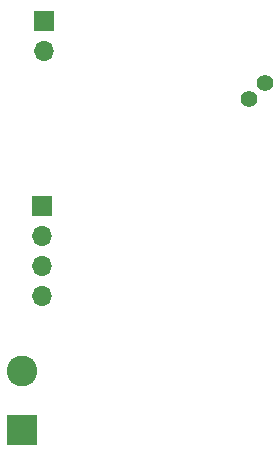
<source format=gbr>
%TF.GenerationSoftware,KiCad,Pcbnew,8.0.0-8.0.0-1~ubuntu20.04.1*%
%TF.CreationDate,2024-06-18T17:56:47-06:00*%
%TF.ProjectId,smart_sleeve,736d6172-745f-4736-9c65-6576652e6b69,rev?*%
%TF.SameCoordinates,Original*%
%TF.FileFunction,Soldermask,Top*%
%TF.FilePolarity,Negative*%
%FSLAX46Y46*%
G04 Gerber Fmt 4.6, Leading zero omitted, Abs format (unit mm)*
G04 Created by KiCad (PCBNEW 8.0.0-8.0.0-1~ubuntu20.04.1) date 2024-06-18 17:56:47*
%MOMM*%
%LPD*%
G01*
G04 APERTURE LIST*
G04 Aperture macros list*
%AMHorizOval*
0 Thick line with rounded ends*
0 $1 width*
0 $2 $3 position (X,Y) of the first rounded end (center of the circle)*
0 $4 $5 position (X,Y) of the second rounded end (center of the circle)*
0 Add line between two ends*
20,1,$1,$2,$3,$4,$5,0*
0 Add two circle primitives to create the rounded ends*
1,1,$1,$2,$3*
1,1,$1,$4,$5*%
G04 Aperture macros list end*
%ADD10R,1.700000X1.700000*%
%ADD11O,1.700000X1.700000*%
%ADD12R,2.600000X2.600000*%
%ADD13C,2.600000*%
%ADD14C,1.400000*%
%ADD15HorizOval,1.400000X0.000000X0.000000X0.000000X0.000000X0*%
G04 APERTURE END LIST*
D10*
%TO.C,J3*%
X156500000Y-84460000D03*
D11*
X156500000Y-87000000D03*
%TD*%
D10*
%TO.C,J1*%
X156310000Y-100120000D03*
D11*
X156310000Y-102660000D03*
X156310000Y-105200000D03*
X156310000Y-107740000D03*
%TD*%
D12*
%TO.C,J2*%
X154640000Y-119070000D03*
D13*
X154640000Y-114070000D03*
%TD*%
D14*
%TO.C,TH1*%
X175203503Y-89746497D03*
D15*
X173860000Y-91090000D03*
%TD*%
M02*

</source>
